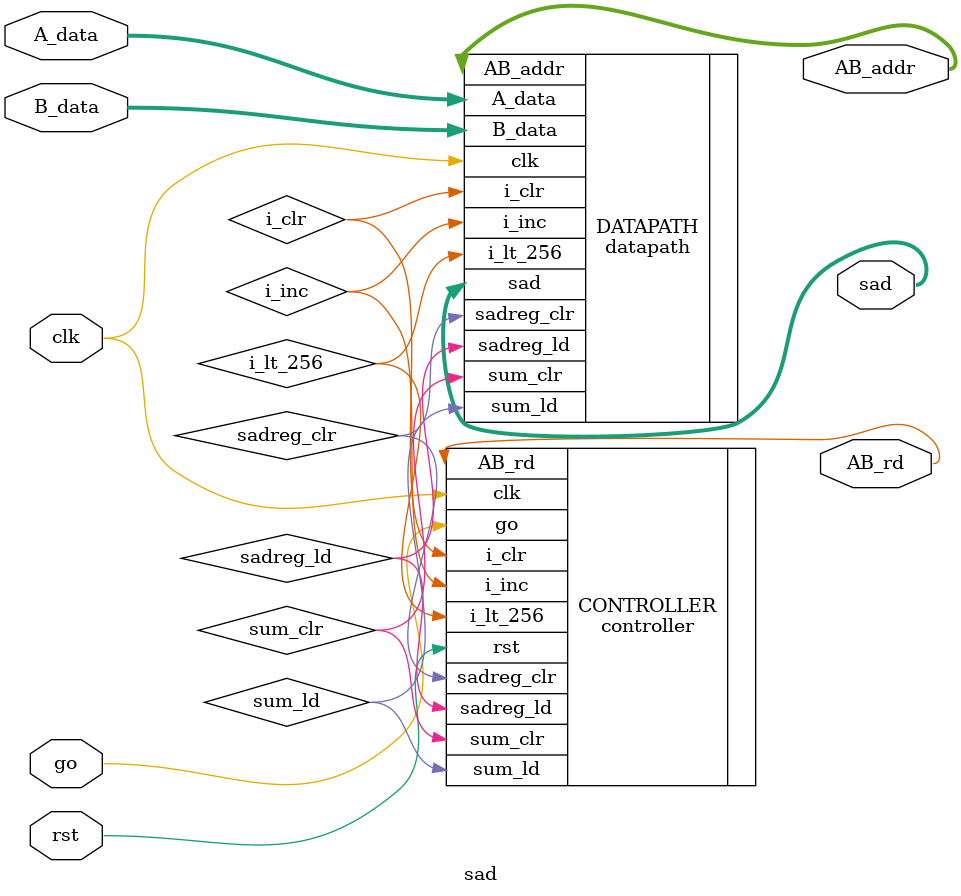
<source format=sv>
module sad(	input go,clk,rst,
				input logic [7:0] A_data,B_data,
				output AB_rd,
				output logic [8:0] AB_addr,
				output logic [31:0] sad);
			logic i_lt_256,i_inc,i_clr, sum_ld, sum_clr, sadreg_ld,sadreg_clr;
				
		controller CONTROLLER(
		.clk(clk),
		.rst(rst),
		.go(go),
		.i_lt_256(i_lt_256),		
		.AB_rd(AB_rd),
		.i_inc(i_inc),
		.i_clr(i_clr),
		.sum_ld(sum_ld),
		.sum_clr(sum_clr),
		.sadreg_ld(sadreg_ld),
		.sadreg_clr(sadreg_clr)
		);
		datapath DATAPATH(
		.A_data(A_data),
		.B_data(B_data),
		.i_inc(i_inc),
		.i_clr(i_clr),
		.sum_ld(sum_ld),
		.sum_clr(sum_clr),
		.sadreg_ld(sadreg_ld),
		.sadreg_clr(sadreg_clr),
		.clk(clk),
		.sad(sad),
		.AB_addr(AB_addr),
		.i_lt_256(i_lt_256)
		);

endmodule
</source>
